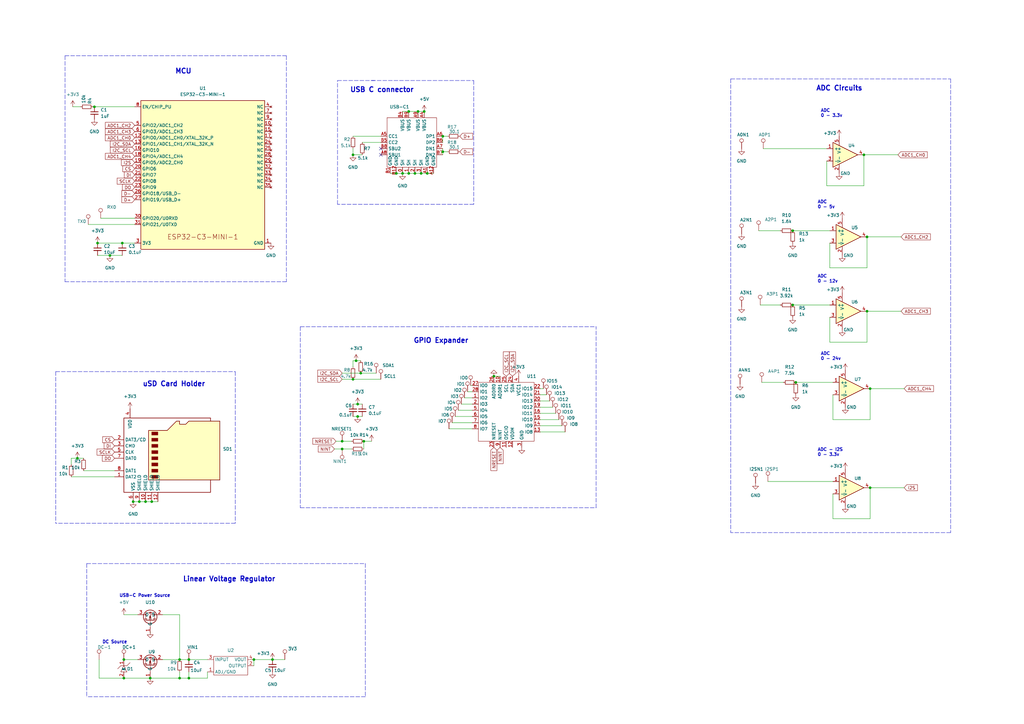
<source format=kicad_sch>
(kicad_sch (version 20211123) (generator eeschema)
  (paper "A3")
  (lib_symbols
    (symbol "1_espressif:ESP32-C3-MINI-1"
      (property "Reference" "U" (at -25.4 35.56 0))
      (property "Value" "ESP32-C3-MINI-1" (at -25.4 33.02 0))
      (symbol "ESP32-C3-MINI-1_0_0"
        (text "ESP32-C3-MINI-1" (at 0 -25.4 0) (effects (font (size 2 2))))
      )
      (symbol "ESP32-C3-MINI-1_1_1"
        (pin power_in line (at 27.94 -27.94 180) (length 2.54) (name "GND") (number "1"))
        (pin no_connect line (at 27.94 20.32 180) (length 2.54) (name "NC") (number "10"))
        (pin bidirectional line (at 27.94 -27.94 180) (length 2.54) hide (name "11") (number "11"))
        (pin bidirectional line (at -27.94 15.24 0) (length 2.54) (name "GPIO0/ADC1_CH0/XTAL_32K_P") (number "12"))
        (pin bidirectional line (at -27.94 12.7 0) (length 2.54) (name "GPIO1/ADC1_CH1/XTAL_32K_N") (number "13"))
        (pin bidirectional line (at 27.94 -27.94 180) (length 2.54) hide (name "14") (number "14"))
        (pin no_connect line (at 27.94 17.78 180) (length 2.54) (name "NC") (number "15"))
        (pin bidirectional line (at -27.94 10.16 0) (length 2.54) (name "GPIO10") (number "16"))
        (pin no_connect line (at 27.94 15.24 180) (length 2.54) (name "NC") (number "17"))
        (pin bidirectional line (at -27.94 7.62 0) (length 2.54) (name "GPIO4/ADC1_CH4") (number "18"))
        (pin bidirectional line (at -27.94 5.08 0) (length 2.54) (name "GPIO5/ADC2_CH0") (number "19"))
        (pin passive line (at 27.94 -27.94 180) (length 2.54) hide (name "GND") (number "2"))
        (pin bidirectional line (at -27.94 2.54 0) (length 2.54) (name "GPIO6") (number "20"))
        (pin bidirectional line (at -27.94 0 0) (length 2.54) (name "GPIO7") (number "21"))
        (pin bidirectional line (at -27.94 -2.54 0) (length 2.54) (name "GPIO8") (number "22"))
        (pin bidirectional line (at -27.94 -5.08 0) (length 2.54) (name "GPIO9") (number "23"))
        (pin no_connect line (at 27.94 12.7 180) (length 2.54) (name "NC") (number "24"))
        (pin no_connect line (at 27.94 10.16 180) (length 2.54) (name "NC") (number "25"))
        (pin bidirectional line (at -27.94 -7.62 0) (length 2.54) (name "GPIO18/USB_D-") (number "26"))
        (pin bidirectional line (at -27.94 -10.16 0) (length 2.54) (name "GPIO19/USB_D+") (number "27"))
        (pin no_connect line (at 27.94 7.62 180) (length 2.54) (name "NC") (number "28"))
        (pin no_connect line (at 27.94 5.08 180) (length 2.54) (name "NC") (number "29"))
        (pin power_in line (at -27.94 -27.94 0) (length 2.54) (name "3V3") (number "3"))
        (pin bidirectional line (at -27.94 -17.78 0) (length 2.54) (name "GPIO20/U0RXD") (number "30"))
        (pin bidirectional line (at -27.94 -20.32 0) (length 2.54) (name "GPIO21/U0TXD") (number "31"))
        (pin no_connect line (at 27.94 2.54 180) (length 2.54) (name "NC") (number "32"))
        (pin no_connect line (at 27.94 0 180) (length 2.54) (name "NC") (number "33"))
        (pin no_connect line (at 27.94 -2.54 180) (length 2.54) (name "NC") (number "34"))
        (pin no_connect line (at 27.94 -5.08 180) (length 2.54) (name "NC") (number "35"))
        (pin passive line (at 27.94 -27.94 180) (length 2.54) hide (name "GND") (number "36"))
        (pin passive line (at 27.94 -27.94 180) (length 2.54) hide (name "GND") (number "37"))
        (pin passive line (at 27.94 -27.94 180) (length 2.54) hide (name "GND") (number "38"))
        (pin passive line (at 27.94 -27.94 180) (length 2.54) hide (name "GND") (number "39"))
        (pin no_connect line (at 27.94 27.94 180) (length 2.54) (name "NC") (number "4"))
        (pin passive line (at 27.94 -27.94 180) (length 2.54) hide (name "GND") (number "40"))
        (pin passive line (at 27.94 -27.94 180) (length 2.54) hide (name "GND") (number "41"))
        (pin passive line (at 27.94 -27.94 180) (length 2.54) hide (name "GND") (number "42"))
        (pin passive line (at 27.94 -27.94 180) (length 2.54) hide (name "GND") (number "43"))
        (pin passive line (at 27.94 -27.94 180) (length 2.54) hide (name "GND") (number "44"))
        (pin passive line (at 27.94 -27.94 180) (length 2.54) hide (name "GND") (number "45"))
        (pin passive line (at 27.94 -27.94 180) (length 2.54) hide (name "GND") (number "46"))
        (pin passive line (at 27.94 -27.94 180) (length 2.54) hide (name "GND") (number "47"))
        (pin passive line (at 27.94 -27.94 180) (length 2.54) hide (name "GND") (number "48"))
        (pin passive line (at 27.94 -27.94 180) (length 2.54) hide (name "GND") (number "49"))
        (pin bidirectional line (at -27.94 20.32 0) (length 2.54) (name "GPIO2/ADC1_CH2") (number "5"))
        (pin passive line (at 27.94 -27.94 180) (length 2.54) hide (name "GND") (number "50"))
        (pin passive line (at 27.94 -27.94 180) (length 2.54) hide (name "GND") (number "51"))
        (pin passive line (at 27.94 -27.94 180) (length 2.54) hide (name "GND") (number "52"))
        (pin passive line (at 27.94 -27.94 180) (length 2.54) hide (name "GND") (number "53"))
        (pin bidirectional line (at -27.94 17.78 0) (length 2.54) (name "GPIO3/ADC1_CH3") (number "6"))
        (pin no_connect line (at 27.94 25.4 180) (length 2.54) (name "NC") (number "7"))
        (pin input line (at -27.94 27.94 0) (length 2.54) (name "EN/CHIP_PU") (number "8"))
        (pin no_connect line (at 27.94 22.86 180) (length 2.54) (name "NC") (number "9"))
      )
    )
    (symbol "1_project_specific:A03401A"
      (property "Reference" "Q" (at 0 0 0))
      (symbol "A03401A_1_1"
        (pin input line (at 0 -11.43 90) (length 2.54) (name "G") (number "1"))
        (pin passive line (at 5.08 -3.81 180) (length 2.54) (name "S") (number "2"))
        (pin passive line (at -5.08 -3.81 0) (length 2.54) (name "D") (number "3"))
      )
    )
    (symbol "1_project_specific:AZ1117IH-3.3TRG1"
      (property "Reference" "U" (at 0 0 0))
      (symbol "AZ1117IH-3.3TRG1_1_1"
        (pin input line (at -8.89 -8.89 0) (length 2.54) (name "ADJ/GND") (number "1"))
        (pin output line (at 10.16 -6.35 180) (length 2.54) (name "OUTPUT") (number "2"))
        (pin input line (at -8.89 -3.81 0) (length 2.54) (name "INPUT") (number "3"))
        (pin output line (at 10.16 -3.81 180) (length 2.54) (name "VOUT") (number "4"))
      )
    )
    (symbol "1_project_specific:LTVS16H5.0T5G"
      (property "Reference" "D" (at -1.27 -1.27 0))
      (symbol "LTVS16H5.0T5G_1_1"
        (pin input line (at -5.08 -3.81 0) (length 2.54) (name "K") (number "1"))
        (pin input line (at 2.54 -3.81 180) (length 2.54) (name "A") (number "2"))
      )
    )
    (symbol "1_project_specific:SX1509BIULTRT"
      (property "Reference" "U" (at 0 0 0))
      (symbol "SX1509BIULTRT_1_1"
        (pin bidirectional line (at -13.97 -19.05 0) (length 2.54) (name "IO2") (number "1"))
        (pin bidirectional line (at -2.54 -10.16 270) (length 2.54) (name "ADDR1") (number "10"))
        (pin bidirectional line (at 0 -39.37 90) (length 2.54) (name "OSCIO") (number "11"))
        (pin bidirectional line (at 2.54 -39.37 90) (length 2.54) (name "VDDM") (number "12"))
        (pin bidirectional line (at 13.97 -33.02 180) (length 2.54) (name "IO8") (number "13"))
        (pin bidirectional line (at 13.97 -30.48 180) (length 2.54) (name "IO9") (number "14"))
        (pin bidirectional line (at 13.97 -27.94 180) (length 2.54) (name "IO10") (number "15"))
        (pin bidirectional line (at 13.97 -25.4 180) (length 2.54) (name "IO11") (number "16"))
        (pin bidirectional line (at 6.35 -39.37 90) (length 2.54) hide (name "GND") (number "17"))
        (pin bidirectional line (at 5.08 -10.16 270) (length 2.54) hide (name "VCC2") (number "18"))
        (pin bidirectional line (at 13.97 -22.86 180) (length 2.54) (name "IO12") (number "19"))
        (pin bidirectional line (at -13.97 -21.59 0) (length 2.54) (name "IO3") (number "2"))
        (pin bidirectional line (at 13.97 -20.32 180) (length 2.54) (name "IO13") (number "20"))
        (pin bidirectional line (at 13.97 -17.78 180) (length 2.54) (name "IO14") (number "21"))
        (pin bidirectional line (at 13.97 -15.24 180) (length 2.54) (name "IO15") (number "22"))
        (pin bidirectional line (at -5.08 -39.37 90) (length 2.54) (name "NRESET") (number "23"))
        (pin bidirectional line (at 2.54 -10.16 270) (length 2.54) (name "SDA") (number "24"))
        (pin bidirectional line (at 0 -10.16 270) (length 2.54) (name "SCL") (number "25"))
        (pin bidirectional line (at -5.08 -10.16 270) (length 2.54) (name "ADDR0") (number "26"))
        (pin bidirectional line (at -13.97 -13.97 0) (length 2.54) (name "IO0") (number "27"))
        (pin bidirectional line (at -13.97 -16.51 0) (length 2.54) (name "IO1") (number "28"))
        (pin bidirectional line (at 6.35 -39.37 90) (length 2.54) hide (name "PAD") (number "29"))
        (pin bidirectional line (at 6.35 -39.37 90) (length 2.54) (name "GND") (number "3"))
        (pin bidirectional line (at 5.08 -10.16 270) (length 2.54) (name "VCC1") (number "4"))
        (pin bidirectional line (at -13.97 -24.13 0) (length 2.54) (name "IO4") (number "5"))
        (pin bidirectional line (at -13.97 -26.67 0) (length 2.54) (name "IO5") (number "6"))
        (pin bidirectional line (at -13.97 -29.21 0) (length 2.54) (name "IO6") (number "7"))
        (pin bidirectional line (at -13.97 -31.75 0) (length 2.54) (name "IO7") (number "8"))
        (pin bidirectional line (at -2.54 -39.37 90) (length 2.54) (name "NINT") (number "9"))
      )
    )
    (symbol "1_project_specific:USB-TYPE-C-018"
      (property "Reference" "USB-C" (at 0 0 0))
      (property "Value" "USB-TYPE-C-018" (at 8.89 -13.97 0))
      (symbol "USB-TYPE-C-018_1_1"
        (pin bidirectional line (at 1.27 -26.67 90) (length 2.54) (name "SH") (number "0"))
        (pin bidirectional line (at 3.81 -26.67 90) (length 2.54) (name "SH") (number "1"))
        (pin bidirectional line (at 6.35 -26.67 90) (length 2.54) (name "SH") (number "2"))
        (pin bidirectional line (at 8.89 -26.67 90) (length 2.54) (name "SH") (number "3"))
        (pin bidirectional line (at 11.43 -26.67 90) (length 2.54) (name "GND") (number "A1"))
        (pin bidirectional line (at 13.97 -26.67 90) (length 2.54) (name "GND") (number "A12"))
        (pin bidirectional line (at 10.16 -1.27 270) (length 2.54) (name "VBUS") (number "A4"))
        (pin bidirectional line (at -7.62 -11.43 0) (length 2.54) (name "CC1") (number "A5"))
        (pin bidirectional line (at 17.78 -11.43 180) (length 2.54) (name "DP1") (number "A6"))
        (pin bidirectional line (at 17.78 -16.51 180) (length 2.54) (name "DN1") (number "A7"))
        (pin bidirectional line (at -7.62 -19.05 0) (length 2.54) (name "SBU1") (number "A8"))
        (pin bidirectional line (at 7.62 -1.27 270) (length 2.54) (name "VBUS") (number "A9"))
        (pin bidirectional line (at -3.81 -26.67 90) (length 2.54) (name "GND") (number "B1"))
        (pin bidirectional line (at -1.27 -26.67 90) (length 2.54) (name "GND") (number "B12"))
        (pin bidirectional line (at 1.27 -1.27 270) (length 2.54) (name "VBUS") (number "B4"))
        (pin bidirectional line (at -7.62 -13.97 0) (length 2.54) (name "CC2") (number "B5"))
        (pin bidirectional line (at 17.78 -13.97 180) (length 2.54) (name "DP2") (number "B6"))
        (pin bidirectional line (at 17.78 -19.05 180) (length 2.54) (name "DN2") (number "B7"))
        (pin bidirectional line (at -7.62 -16.51 0) (length 2.54) (name "SBU2") (number "B8"))
        (pin bidirectional line (at 3.81 -1.27 270) (length 2.54) (name "VBUS") (number "B9"))
      )
    )
    (symbol "Connector:TestPoint" (pin_numbers hide) (pin_names (offset 0.762) hide)
      (property "Reference" "TP" (at 0 6.858 0))
      (property "Value" "TestPoint" (at 0 5.08 0))
      (symbol "TestPoint_1_1"
        (pin passive line (at 0 0 90) (length 2.54) (name "1") (number "1"))
      )
    )
    (symbol "Device:C_Small" (pin_numbers hide) (pin_names (offset 0.254) hide)
      (property "Reference" "C" (at 0.254 1.778 0))
      (property "Value" "C_Small" (at 0.254 -2.032 0))
      (symbol "C_Small_1_1"
        (pin passive line (at 0 2.54 270) (length 2.032) (name "~") (number "1"))
        (pin passive line (at 0 -2.54 90) (length 2.032) (name "~") (number "2"))
      )
    )
    (symbol "Device:R_Small" (pin_numbers hide) (pin_names (offset 0.254) hide)
      (property "Reference" "R" (at 0.762 0.508 0))
      (property "Value" "R_Small" (at 0.762 -1.016 0))
      (symbol "R_Small_1_1"
        (pin passive line (at 0 2.54 270) (length 0.762) (name "~") (number "1"))
        (pin passive line (at 0 -2.54 90) (length 0.762) (name "~") (number "2"))
      )
    )
    (symbol "lib:472192001"
      (property "Reference" "SD" (at 0 0 0))
      (property "Value" "472192001" (at 0 0 0))
      (property "part_number" "472192001" (at 0 0 0))
      (symbol "472192001_1_1"
        (pin bidirectional line (at -20.32 -33.02 0) (length 3.81) (name "DAT2") (number "1"))
        (pin passive line (at -7.62 -43.18 90) (length 3.81) (name "SHIELD") (number "10"))
        (pin passive line (at -5.08 -43.18 90) (length 3.81) (name "SHIELD") (number "11"))
        (pin passive line (at -2.54 -43.18 90) (length 3.81) (name "SHIELD") (number "12"))
        (pin bidirectional line (at -20.32 -17.78 0) (length 3.81) (name "DAT3/CD") (number "2"))
        (pin input line (at -20.32 -20.32 0) (length 3.81) (name "CMD") (number "3"))
        (pin power_in line (at -13.97 -5.08 270) (length 3.81) (name "VDD") (number "4"))
        (pin input line (at -20.32 -22.86 0) (length 3.81) (name "CLK") (number "5"))
        (pin power_in line (at -12.7 -43.18 90) (length 3.81) (name "VSS") (number "6"))
        (pin bidirectional line (at -20.32 -25.4 0) (length 3.81) (name "DAT0") (number "7"))
        (pin bidirectional line (at -20.32 -30.48 0) (length 3.81) (name "DAT1") (number "8"))
        (pin passive line (at -10.16 -43.18 90) (length 3.81) (name "SHIELD") (number "9"))
      )
    )
    (symbol "lib:LM321MF"
      (property "Reference" "U" (at 0 0 0))
      (property "part_number" "LM321MF" (at 0 0 0))
      (symbol "LM321MF_1_1"
        (pin input line (at -6.35 -17.78 0) (length 2.54) (name "+") (number "1"))
        (pin power_in line (at -1.27 -27.94 90) (length 3.81) (name "V-") (number "2"))
        (pin input line (at -6.35 -22.86 0) (length 2.54) (name "-") (number "3"))
        (pin output line (at 8.89 -20.32 180) (length 2.54) (name "~") (number "4"))
        (pin power_in line (at -1.27 -12.7 270) (length 3.81) (name "V+") (number "5"))
      )
    )
    (symbol "power:+3V3" (power) (pin_names (offset 0))
      (property "Value" "+3V3" (at 0 3.556 0))
      (symbol "+3V3_1_1"
        (pin power_in line (at 0 0 90) (length 0) hide (name "+3V3") (number "1"))
      )
    )
    (symbol "power:+5V" (power) (pin_names (offset 0))
      (property "Value" "+5V" (at 0 3.556 0))
      (symbol "+5V_1_1"
        (pin power_in line (at 0 0 90) (length 0) hide (name "+5V") (number "1"))
      )
    )
    (symbol "power:GND" (power) (pin_names (offset 0))
      (property "Value" "GND" (at 0 -3.81 0))
      (symbol "GND_1_1"
        (pin power_in line (at 0 0 270) (length 0) hide (name "GND") (number "1"))
      )
    )
  )
  (junction (at 167.64 45.72))
  (junction (at 144.78 155.575))
  (junction (at 50.8 270.51))
  (junction (at 50.165 99.695))
  (junction (at 38.735 43.815))
  (junction (at 104.14 270.51))
  (junction (at 202.565 154.305))
  (junction (at 73.66 278.13))
  (junction (at 325.12 94.615))
  (junction (at 175.26 71.12))
  (junction (at 40.005 99.695))
  (junction (at 140.335 184.15))
  (junction (at 165.1 71.12))
  (junction (at 354.33 63.5))
  (junction (at 45.085 104.775))
  (junction (at 171.45 45.72))
  (junction (at 144.78 63.5))
  (junction (at 170.18 71.12))
  (junction (at 356.87 200.025))
  (junction (at 31.75 187.96))
  (junction (at 149.225 180.975))
  (junction (at 77.47 278.13))
  (junction (at 147.955 153.035))
  (junction (at 62.23 205.74))
  (junction (at 355.6 127.635))
  (junction (at 50.8 278.13))
  (junction (at 356.87 159.385))
  (junction (at 355.6 97.155))
  (junction (at 140.335 180.975))
  (junction (at 54.61 205.74))
  (junction (at 111.76 270.51))
  (junction (at 59.69 205.74))
  (junction (at 172.72 71.12))
  (junction (at 77.47 270.51))
  (junction (at 173.99 45.72))
  (junction (at 146.05 147.955))
  (junction (at 326.39 156.845))
  (junction (at 57.15 205.74))
  (junction (at 181.61 55.88))
  (junction (at 181.61 62.23))
  (junction (at 146.685 165.735))
  (junction (at 73.66 270.51))
  (junction (at 162.56 71.12))
  (junction (at 61.595 278.13))
  (junction (at 325.12 125.095))
  (junction (at 146.685 170.815))
  (junction (at 167.64 71.12))
  (no_connect (at 156.21 60.96))
  (no_connect (at 156.21 63.5))
  (wire (pts (xy 146.685 165.735) (xy 148.59 165.735)))
  (wire (pts (xy 165.1 71.12) (xy 167.64 71.12)))
  (polyline (pts (xy 35.56 231.14) (xy 149.86 231.14)))
  (wire (pts (xy 341.63 202.565) (xy 341.63 212.725)))
  (wire (pts (xy 73.66 270.51) (xy 77.47 270.51)))
  (wire (pts (xy 31.75 187.96) (xy 34.29 187.96)))
  (wire (pts (xy 326.39 156.845) (xy 341.63 156.845)))
  (polyline (pts (xy 26.67 22.86) (xy 117.475 22.86)))
  (wire (pts (xy 181.61 62.23) (xy 183.515 62.23)))
  (wire (pts (xy 144.78 170.815) (xy 146.685 170.815)))
  (wire (pts (xy 40.005 104.775) (xy 45.085 104.775)))
  (wire (pts (xy 50.8 278.13) (xy 61.595 278.13)))
  (wire (pts (xy 137.795 180.975) (xy 140.335 180.975)))
  (wire (pts (xy 325.12 94.615) (xy 340.36 94.615)))
  (wire (pts (xy 341.63 172.085) (xy 356.87 172.085)))
  (wire (pts (xy 355.6 109.855) (xy 355.6 97.155)))
  (wire (pts (xy 313.055 60.96) (xy 339.09 60.96)))
  (wire (pts (xy 165.1 45.72) (xy 167.64 45.72)))
  (wire (pts (xy 146.685 170.815) (xy 148.59 170.815)))
  (wire (pts (xy 38.1 43.815) (xy 38.735 43.815)))
  (wire (pts (xy 184.15 175.895) (xy 193.675 175.895)))
  (polyline (pts (xy 299.72 32.385) (xy 389.89 32.385)))
  (wire (pts (xy 146.05 147.955) (xy 147.955 147.955)))
  (polyline (pts (xy 123.19 208.28) (xy 244.475 208.28)))
  (wire (pts (xy 59.69 205.74) (xy 62.23 205.74)))
  (polyline (pts (xy 138.43 83.82) (xy 138.43 33.02)))
  (wire (pts (xy 340.36 109.855) (xy 355.6 109.855)))
  (wire (pts (xy 140.335 155.575) (xy 144.78 155.575)))
  (wire (pts (xy 221.615 174.625) (xy 230.505 174.625)))
  (polyline (pts (xy 96.52 152.4) (xy 96.52 214.63)))
  (polyline (pts (xy 22.86 152.4) (xy 96.52 152.4)))
  (wire (pts (xy 221.615 164.465) (xy 225.425 164.465)))
  (wire (pts (xy 57.15 205.74) (xy 59.69 205.74)))
  (wire (pts (xy 111.76 270.51) (xy 116.84 270.51)))
  (wire (pts (xy 187.96 168.275) (xy 193.675 168.275)))
  (wire (pts (xy 40.005 99.695) (xy 50.165 99.695)))
  (wire (pts (xy 340.36 130.175) (xy 340.36 140.335)))
  (wire (pts (xy 354.33 63.5) (xy 368.3 63.5)))
  (wire (pts (xy 181.61 60.96) (xy 181.61 62.23)))
  (polyline (pts (xy 35.56 231.14) (xy 35.56 285.75)))
  (wire (pts (xy 171.45 45.72) (xy 173.99 45.72)))
  (wire (pts (xy 340.36 99.695) (xy 340.36 109.855)))
  (wire (pts (xy 189.23 165.735) (xy 193.675 165.735)))
  (wire (pts (xy 144.78 150.495) (xy 144.78 147.955)))
  (wire (pts (xy 62.23 205.74) (xy 64.77 205.74)))
  (polyline (pts (xy 117.475 115.57) (xy 26.67 115.57)))
  (wire (pts (xy 186.69 170.815) (xy 193.675 170.815)))
  (wire (pts (xy 50.8 252.095) (xy 56.515 252.095)))
  (wire (pts (xy 29.21 187.96) (xy 31.75 187.96)))
  (wire (pts (xy 41.275 89.535) (xy 55.245 89.535)))
  (wire (pts (xy 54.61 205.74) (xy 57.15 205.74)))
  (polyline (pts (xy 123.19 133.985) (xy 244.475 133.985)))
  (wire (pts (xy 170.18 71.12) (xy 172.72 71.12)))
  (wire (pts (xy 29.21 190.5) (xy 29.21 187.96)))
  (wire (pts (xy 50.8 270.51) (xy 56.515 270.51)))
  (wire (pts (xy 40.64 278.13) (xy 50.8 278.13)))
  (wire (pts (xy 144.78 155.575) (xy 156.21 155.575)))
  (wire (pts (xy 29.845 43.815) (xy 33.02 43.815)))
  (polyline (pts (xy 22.86 152.4) (xy 22.86 214.63)))
  (wire (pts (xy 149.225 180.975) (xy 152.4 180.975)))
  (wire (pts (xy 185.42 173.355) (xy 193.675 173.355)))
  (wire (pts (xy 66.675 270.51) (xy 73.66 270.51)))
  (wire (pts (xy 191.77 160.655) (xy 193.675 160.655)))
  (wire (pts (xy 34.29 193.04) (xy 46.99 193.04)))
  (wire (pts (xy 140.335 153.035) (xy 147.955 153.035)))
  (wire (pts (xy 356.87 159.385) (xy 370.84 159.385)))
  (polyline (pts (xy 96.52 214.63) (xy 22.86 214.63)))
  (polyline (pts (xy 117.475 22.86) (xy 117.475 115.57)))
  (wire (pts (xy 340.36 140.335) (xy 355.6 140.335)))
  (polyline (pts (xy 194.31 83.82) (xy 138.43 83.82)))
  (wire (pts (xy 193.04 158.115) (xy 193.675 158.115)))
  (polyline (pts (xy 149.86 231.14) (xy 149.86 285.75)))
  (wire (pts (xy 104.14 270.51) (xy 104.14 273.05)))
  (wire (pts (xy 341.63 161.925) (xy 341.63 172.085)))
  (wire (pts (xy 29.21 195.58) (xy 46.99 195.58)))
  (wire (pts (xy 85.09 278.13) (xy 85.09 275.59)))
  (wire (pts (xy 341.63 212.725) (xy 356.87 212.725)))
  (wire (pts (xy 147.955 153.035) (xy 154.305 153.035)))
  (wire (pts (xy 339.09 66.04) (xy 339.09 76.2)))
  (wire (pts (xy 38.735 43.815) (xy 55.245 43.815)))
  (wire (pts (xy 354.33 76.2) (xy 354.33 63.5)))
  (wire (pts (xy 339.09 76.2) (xy 354.33 76.2)))
  (wire (pts (xy 221.615 161.925) (xy 224.155 161.925)))
  (wire (pts (xy 221.615 167.005) (xy 226.695 167.005)))
  (wire (pts (xy 355.6 140.335) (xy 355.6 127.635)))
  (wire (pts (xy 73.66 252.095) (xy 73.66 270.51)))
  (wire (pts (xy 221.615 169.545) (xy 227.965 169.545)))
  (wire (pts (xy 146.685 165.735) (xy 144.78 165.735)))
  (wire (pts (xy 356.87 172.085) (xy 356.87 159.385)))
  (wire (pts (xy 181.61 55.88) (xy 181.61 58.42)))
  (wire (pts (xy 355.6 97.155) (xy 369.57 97.155)))
  (wire (pts (xy 321.31 156.845) (xy 312.42 156.845)))
  (wire (pts (xy 144.78 147.955) (xy 146.05 147.955)))
  (wire (pts (xy 221.615 159.385) (xy 222.885 159.385)))
  (wire (pts (xy 320.04 94.615) (xy 311.15 94.615)))
  (wire (pts (xy 356.87 212.725) (xy 356.87 200.025)))
  (wire (pts (xy 144.145 184.15) (xy 140.335 184.15)))
  (wire (pts (xy 77.47 275.59) (xy 77.47 278.13)))
  (wire (pts (xy 167.64 71.12) (xy 170.18 71.12)))
  (polyline (pts (xy 152.4 33.02) (xy 194.31 33.02)))
  (wire (pts (xy 104.14 270.51) (xy 111.76 270.51)))
  (wire (pts (xy 160.02 71.12) (xy 162.56 71.12)))
  (polyline (pts (xy 26.67 22.86) (xy 26.67 115.57)))
  (wire (pts (xy 172.72 71.12) (xy 175.26 71.12)))
  (polyline (pts (xy 123.19 133.985) (xy 123.19 208.28)))
  (wire (pts (xy 149.225 180.975) (xy 149.225 184.15)))
  (wire (pts (xy 36.195 92.075) (xy 55.245 92.075)))
  (wire (pts (xy 162.56 71.12) (xy 165.1 71.12)))
  (wire (pts (xy 202.565 154.305) (xy 205.105 154.305)))
  (wire (pts (xy 181.61 55.88) (xy 183.515 55.88)))
  (wire (pts (xy 314.96 197.485) (xy 341.63 197.485)))
  (wire (pts (xy 140.335 180.975) (xy 144.145 180.975)))
  (wire (pts (xy 144.78 55.88) (xy 156.21 55.88)))
  (wire (pts (xy 175.26 71.12) (xy 177.8 71.12)))
  (wire (pts (xy 148.59 58.42) (xy 156.21 58.42)))
  (wire (pts (xy 325.12 125.095) (xy 340.36 125.095)))
  (wire (pts (xy 73.66 278.13) (xy 77.47 278.13)))
  (wire (pts (xy 40.64 270.51) (xy 40.64 278.13)))
  (wire (pts (xy 144.78 63.5) (xy 144.78 60.96)))
  (wire (pts (xy 181.61 62.23) (xy 181.61 63.5)))
  (polyline (pts (xy 194.31 33.02) (xy 194.31 83.82)))
  (wire (pts (xy 221.615 177.165) (xy 231.775 177.165)))
  (polyline (pts (xy 149.86 285.75) (xy 35.56 285.75)))
  (wire (pts (xy 140.335 184.15) (xy 137.16 184.15)))
  (polyline (pts (xy 244.475 208.28) (xy 244.475 133.985)))
  (wire (pts (xy 355.6 127.635) (xy 369.57 127.635)))
  (wire (pts (xy 50.165 99.695) (xy 55.245 99.695)))
  (polyline (pts (xy 389.89 218.44) (xy 299.72 218.44)))
  (wire (pts (xy 61.595 278.13) (xy 73.66 278.13)))
  (wire (pts (xy 356.87 200.025) (xy 370.84 200.025)))
  (polyline (pts (xy 138.43 33.02) (xy 153.67 33.02)))
  (wire (pts (xy 66.675 252.095) (xy 73.66 252.095)))
  (wire (pts (xy 221.615 172.085) (xy 229.235 172.085)))
  (wire (pts (xy 77.47 278.13) (xy 85.09 278.13)))
  (wire (pts (xy 190.5 163.195) (xy 193.675 163.195)))
  (wire (pts (xy 73.66 275.59) (xy 73.66 278.13)))
  (wire (pts (xy 148.59 63.5) (xy 144.78 63.5)))
  (wire (pts (xy 311.785 125.095) (xy 320.04 125.095)))
  (polyline (pts (xy 389.89 32.385) (xy 389.89 218.44)))
  (wire (pts (xy 77.47 270.51) (xy 85.09 270.51)))
  (wire (pts (xy 45.085 104.775) (xy 50.165 104.775)))
  (polyline (pts (xy 299.72 32.385) (xy 299.72 218.44)))
  (wire (pts (xy 167.64 45.72) (xy 171.45 45.72)))
  (wire (pts (xy 61.595 259.715) (xy 61.595 259.08)))
  (text "ADC Circuits" (at 334.645 37.465 0) (effects (font (size 2 2) bold) (justify left bottom)))
  (text "uSD Card Holder" (at 58.42 158.75 0) (effects (font (size 2 2) bold) (justify left bottom)))
  (text "Linear Voltage Regulator" (at 74.93 238.76 0) (effects (font (size 2 2) bold) (justify left bottom)))
  (text "ADC\n0 - 5v" (at 335.28 85.725 0) (effects (font (size 1.27 1.27) bold) (justify left bottom)))
  (text "USB-C Power Source" (at 48.895 245.11 0) (effects (font (size 1.27 1.27) (thickness 0.254) bold) (justify left bottom)))
  (text "ADC\n0 - 3.3v" (at 336.55 48.26 0) (effects (font (size 1.27 1.27) bold) (justify left bottom)))
  (text "ADC\n0 - 12v" (at 335.28 116.205 0) (effects (font (size 1.27 1.27) bold) (justify left bottom)))
  (text "DC Source" (at 41.91 264.16 0) (effects (font (size 1.27 1.27) (thickness 0.254) bold) (justify left bottom)))
  (text "USB C connector" (at 143.51 38.1 0) (effects (font (size 2 2) bold) (justify left bottom)))
  (text "GPIO Expander" (at 169.545 140.97 0) (effects (font (size 2 2) (thickness 0.4) bold) (justify left bottom)))
  (text "MCU" (at 71.755 30.48 0) (effects (font (size 2 2) (thickness 0.4) bold) (justify left bottom)))
  (text "ADC\n0 - 24v" (at 336.55 147.955 0) (effects (font (size 1.27 1.27) bold) (justify left bottom)))
  (text "ADC - I2S\n0 - 3.3v" (at 335.28 187.325 0) (effects (font (size 1.27 1.27) bold) (justify left bottom)))
  (global_label "I2C_SCL" (shape input) (at 207.645 154.305 90) (property "Intersheet References" "${INTERSHEET_REFS}" (effects hide)))
  (global_label "ADC1_CH2" (shape input) (at 55.245 51.435 180) (property "Intersheet References" "${INTERSHEET_REFS}" (effects hide)))
  (global_label "I2C_SCL" (shape input) (at 140.335 155.575 180) (property "Intersheet References" "${INTERSHEET_REFS}" (effects hide)))
  (global_label "ADC1_CH3" (shape input) (at 55.245 53.975 180) (property "Intersheet References" "${INTERSHEET_REFS}" (effects hide)))
  (global_label "ADC1_CH0" (shape input) (at 368.3 63.5 0) (property "Intersheet References" "${INTERSHEET_REFS}" (effects hide)))
  (global_label "DO" (shape input) (at 46.99 187.96 180) (property "Intersheet References" "${INTERSHEET_REFS}" (effects hide)))
  (global_label "D+" (shape input) (at 188.595 55.88 0) (property "Intersheet References" "${INTERSHEET_REFS}" (effects hide)))
  (global_label "ADC1_CH4" (shape input) (at 55.245 64.135 180) (property "Intersheet References" "${INTERSHEET_REFS}" (effects hide)))
  (global_label "D-" (shape input) (at 188.595 62.23 0) (property "Intersheet References" "${INTERSHEET_REFS}" (effects hide)))
  (global_label "CS" (shape input) (at 46.99 180.34 180) (property "Intersheet References" "${INTERSHEET_REFS}" (effects hide)))
  (global_label "DO" (shape input) (at 55.245 76.835 180) (property "Intersheet References" "${INTERSHEET_REFS}" (effects hide)))
  (global_label "SCLK" (shape input) (at 55.245 74.295 180) (property "Intersheet References" "${INTERSHEET_REFS}" (effects hide)))
  (global_label "I2C_SCL" (shape input) (at 55.245 61.595 180) (property "Intersheet References" "${INTERSHEET_REFS}" (effects hide)))
  (global_label "SCLK" (shape input) (at 46.99 185.42 180) (property "Intersheet References" "${INTERSHEET_REFS}" (effects hide)))
  (global_label "DI" (shape input) (at 55.245 71.755 180) (property "Intersheet References" "${INTERSHEET_REFS}" (effects hide)))
  (global_label "ADC1_CH3" (shape input) (at 369.57 127.635 0) (property "Intersheet References" "${INTERSHEET_REFS}" (effects hide)))
  (global_label "ADC1_CH4" (shape input) (at 370.84 159.385 0) (property "Intersheet References" "${INTERSHEET_REFS}" (effects hide)))
  (global_label "I2C_SDA" (shape input) (at 140.335 153.035 180) (property "Intersheet References" "${INTERSHEET_REFS}" (effects hide)))
  (global_label "I2S" (shape input) (at 370.84 200.025 0) (property "Intersheet References" "${INTERSHEET_REFS}" (effects hide)))
  (global_label "ADC1_CH0" (shape input) (at 55.245 56.515 180) (property "Intersheet References" "${INTERSHEET_REFS}" (effects hide)))
  (global_label "ADC1_CH2" (shape input) (at 369.57 97.155 0) (property "Intersheet References" "${INTERSHEET_REFS}" (effects hide)))
  (global_label "D-" (shape input) (at 55.245 79.375 180) (property "Intersheet References" "${INTERSHEET_REFS}" (effects hide)))
  (global_label "D+" (shape input) (at 55.245 81.915 180) (property "Intersheet References" "${INTERSHEET_REFS}" (effects hide)))
  (global_label "NINT" (shape input) (at 137.16 184.15 180) (property "Intersheet References" "${INTERSHEET_REFS}" (effects hide)))
  (global_label "NINT" (shape input) (at 205.105 183.515 270) (property "Intersheet References" "${INTERSHEET_REFS}" (effects hide)))
  (global_label "DI" (shape input) (at 46.99 182.88 180) (property "Intersheet References" "${INTERSHEET_REFS}" (effects hide)))
  (global_label "NRESET" (shape input) (at 202.565 183.515 270) (property "Intersheet References" "${INTERSHEET_REFS}" (effects hide)))
  (global_label "CS" (shape input) (at 55.245 69.215 180) (property "Intersheet References" "${INTERSHEET_REFS}" (effects hide)))
  (global_label "I2C_SDA" (shape input) (at 210.185 154.305 90) (property "Intersheet References" "${INTERSHEET_REFS}" (effects hide)))
  (global_label "NRESET" (shape input) (at 137.795 180.975 180) (property "Intersheet References" "${INTERSHEET_REFS}" (effects hide)))
  (global_label "I2C_SDA" (shape input) (at 55.245 59.055 180) (property "Intersheet References" "${INTERSHEET_REFS}" (effects hide)))
  (global_label "I2S" (shape input) (at 55.245 66.675 180) (property "Intersheet References" "${INTERSHEET_REFS}" (effects hide)))
  (symbol (lib_id "Connector:TestPoint") (at 116.84 270.51 0) (unit 1)
    (property "Reference" "3V3" (at 118.11 266.065 0) (effects (justify left)))
    (property "Value" "TestPoint" (effects hide))
    (property "Footprint" "TestPoint:TestPoint_THTPad_1.0x1.0mm_Drill0.5mm" (effects hide))
  )
  (symbol (lib_id "Connector:TestPoint") (at 222.885 159.385 0) (unit 1)
    (property "Reference" "IO15" (at 224.155 156.21 0) (effects (justify left)))
    (property "Value" "TestPoint" (effects hide))
    (property "Footprint" "TestPoint:TestPoint_THTPad_1.0x1.0mm_Drill0.5mm" (effects hide))
  )
  (symbol (lib_id "power:GND") (at 309.88 198.12 0) (unit 1)
    (property "Reference" "#PWR0109" (effects hide))
    (property "Value" "GND" (at 309.88 203.2 0))
  )
  (symbol (lib_id "power:+3V3") (at 212.725 154.305 0) (unit 1)
    (property "Reference" "#PWR0120" (effects hide))
    (property "Value" "+3V3" (at 215.265 150.495 0) (effects (justify right)))
  )
  (symbol (lib_id "Connector:TestPoint") (at 191.77 160.655 0) (unit 1)
    (property "Reference" "IO1" (at 187.325 157.48 0) (effects (justify left)))
    (property "Value" "TestPoint" (effects hide))
    (property "Footprint" "TestPoint:TestPoint_THTPad_1.0x1.0mm_Drill0.5mm" (effects hide))
  )
  (symbol (lib_id "Device:R_Small") (at 144.78 58.42 180) (unit 1)
    (property "Reference" "R2" (at 140.97 57.15 0) (effects (justify right)))
    (property "Value" "5.1k" (at 139.7 59.69 0) (effects (justify right)))
    (property "Footprint" "Resistor_SMD:R_0402_1005Metric" (effects hide))
    (property "part_number" "ERJ2RKF5101X" (effects hide))
  )
  (symbol (lib_id "Device:C_Small") (at 77.47 273.05 0) (unit 1)
    (property "Reference" "C4" (at 79.375 271.78 0) (effects (justify left)))
    (property "Value" "10uF" (at 78.105 274.955 0) (effects (justify left)))
    (property "Footprint" "Capacitor_SMD:C_0603_1608Metric" (effects hide))
    (property "part_number" "CL10A106KO8NQNC" (effects hide))
  )
  (symbol (lib_id "Connector:TestPoint") (at 304.165 95.885 0) (unit 1)
    (property "Reference" "A2N1" (at 303.53 90.17 0) (effects (justify left)))
    (property "Value" "TestPoint" (effects hide))
    (property "Footprint" "TestPoint:TestPoint_THTPad_1.0x1.0mm_Drill0.5mm" (effects hide))
  )
  (symbol (lib_id "Device:R_Small") (at 322.58 94.615 90) (unit 1)
    (property "Reference" "R10" (at 322.58 88.265 90))
    (property "Value" "1.6k" (at 322.58 90.805 90))
    (property "Footprint" "Resistor_SMD:R_0402_1005Metric" (effects hide))
    (property "part_number" "RMC04021.6K1%N" (effects hide))
  )
  (symbol (lib_id "Device:C_Small") (at 111.76 273.05 0) (unit 1)
    (property "Reference" "C5" (at 108.585 274.955 0) (effects (justify left)))
    (property "Value" "10uF" (at 112.395 274.955 0) (effects (justify left)))
    (property "Footprint" "Capacitor_SMD:C_0603_1608Metric" (effects hide))
    (property "part_number" "CL10A106KO8NQNC" (effects hide))
  )
  (symbol (lib_id "Connector:TestPoint") (at 227.965 169.545 0) (unit 1)
    (property "Reference" "IO11" (at 229.87 166.37 0) (effects (justify left)))
    (property "Value" "TestPoint" (effects hide))
    (property "Footprint" "TestPoint:TestPoint_THTPad_1.0x1.0mm_Drill0.5mm" (effects hide))
  )
  (symbol (lib_id "Connector:TestPoint") (at 156.21 155.575 0) (unit 1)
    (property "Reference" "SCL1" (at 157.48 154.305 0) (effects (justify left)))
    (property "Value" "TestPoint" (effects hide))
    (property "Footprint" "TestPoint:TestPoint_THTPad_1.0x1.0mm_Drill0.5mm" (effects hide))
  )
  (symbol (lib_id "power:GND") (at 304.165 60.96 0) (unit 1)
    (property "Reference" "#PWR0112" (effects hide))
    (property "Value" "GND" (at 304.165 66.04 0))
  )
  (symbol (lib_id "Device:R_Small") (at 146.685 184.15 90) (unit 1)
    (property "Reference" "R15" (at 144.145 186.055 90) (effects (justify right)))
    (property "Value" "10k" (at 147.32 186.055 90) (effects (justify right)))
    (property "Footprint" "Resistor_SMD:R_0402_1005Metric" (effects hide))
    (property "part_number" "ERJ2RKF1002X" (effects hide))
  )
  (symbol (lib_id "Connector:TestPoint") (at 186.69 170.815 0) (unit 1)
    (property "Reference" "IO5" (at 182.245 167.64 0) (effects (justify left)))
    (property "Value" "TestPoint" (effects hide))
    (property "Footprint" "TestPoint:TestPoint_THTPad_1.0x1.0mm_Drill0.5mm" (effects hide))
  )
  (symbol (lib_id "Device:R_Small") (at 147.955 150.495 180) (unit 1)
    (property "Reference" "R16" (at 149.225 149.225 0) (effects (justify right)))
    (property "Value" "4.7k" (at 148.59 151.765 0) (effects (justify right)))
    (property "Footprint" "Resistor_SMD:R_0402_1005Metric" (effects hide))
    (property "part_number" "RC0402FR-074K7L" (effects hide))
  )
  (symbol (lib_id "power:GND") (at 346.71 207.645 0) (unit 1)
    (property "Reference" "#PWR034" (effects hide))
    (property "Value" "GND" (at 349.25 207.645 0))
  )
  (symbol (lib_id "power:GND") (at 38.735 48.895 0) (unit 1)
    (property "Reference" "#PWR02" (effects hide))
    (property "Value" "GND" (at 38.735 53.975 0))
  )
  (symbol (lib_id "Device:R_Small") (at 35.56 43.815 90) (unit 1)
    (property "Reference" "R4" (at 36.83 40.005 0) (effects (justify right)))
    (property "Value" "10k" (at 34.29 38.735 0) (effects (justify right)))
    (property "Footprint" "Resistor_SMD:R_0402_1005Metric" (effects hide))
    (property "part_number" "ERJ2RKF1002X" (effects hide))
  )
  (symbol (lib_id "1_project_specific:A03401A") (at 61.595 266.7 0) (unit 1)
    (property "Reference" "U9" (at 62.23 267.335 0))
    (property "Value" "A03401A" (effects hide))
    (property "Footprint" "1_project_footprints:SOT-23" (effects hide))
  )
  (symbol (lib_id "lib:LM321MF") (at 345.44 43.18 0) (unit 1)
    (property "Reference" "U4" (at 349.25 59.69 0))
    (property "Value" "LM321MF" (effects hide))
    (property "Footprint" "1_project_footprints:LM321MF" (effects hide))
    (property "part_number" "LM321MF" (effects hide))
  )
  (symbol (lib_id "power:+3V3") (at 111.76 270.51 0) (unit 1)
    (property "Reference" "#PWR0101" (effects hide))
    (property "Value" "+3V3" (at 107.95 267.97 0))
  )
  (symbol (lib_id "power:+3V3") (at 345.44 89.535 0) (unit 1)
    (property "Reference" "#PWR027" (effects hide))
    (property "Value" "+3V3" (at 341.63 88.265 0))
  )
  (symbol (lib_id "Device:R_Small") (at 148.59 60.96 180) (unit 1)
    (property "Reference" "R7" (at 149.225 60.96 0) (effects (justify right)))
    (property "Value" "5.1k" (at 146.685 64.77 0) (effects (justify right)))
    (property "Footprint" "Resistor_SMD:R_0402_1005Metric" (effects hide))
    (property "part_number" "ERJ2RKF5101X" (effects hide))
  )
  (symbol (lib_id "1_espressif:ESP32-C3-MINI-1") (at 83.185 71.755 0) (unit 1)
    (property "Reference" "U1" (at 83.185 36.195 0))
    (property "Value" "ESP32-C3-MINI-1" (at 83.185 38.735 0))
    (property "Footprint" "Espressif:ESP32-C3-MINI-1" (effects hide))
    (property "Datasheet" "https://www.espressif.com/sites/default/files/documentation/esp32-c3-mini-1_datasheet_en.pdf" (effects hide))
  )
  (symbol (lib_id "power:+3V3") (at 344.17 55.88 0) (unit 1)
    (property "Reference" "#PWR025" (effects hide))
    (property "Value" "+3V3" (at 340.36 54.61 0))
  )
  (symbol (lib_id "1_project_specific:USB-TYPE-C-018") (at 163.83 44.45 0) (unit 1)
    (property "Reference" "USB-C1" (at 163.83 43.815 0))
    (property "Value" "USB-TYPE-C-018" (effects hide))
    (property "Footprint" "lib:USB-TYPE-C-018" (effects hide))
  )
  (symbol (lib_id "power:GND") (at 202.565 154.305 180) (unit 1)
    (property "Reference" "#PWR0119" (effects hide))
    (property "Value" "GND" (effects hide))
  )
  (symbol (lib_id "power:GND") (at 345.44 135.255 0) (unit 1)
    (property "Reference" "#PWR030" (effects hide))
    (property "Value" "GND" (at 347.98 135.255 0))
  )
  (symbol (lib_id "power:GND") (at 61.595 259.08 0) (unit 1)
    (property "Reference" "#PWR0107" (effects hide))
    (property "Value" "GND" (effects hide))
  )
  (symbol (lib_id "Connector:TestPoint") (at 224.155 161.925 0) (unit 1)
    (property "Reference" "IO14" (at 226.06 158.75 0) (effects (justify left)))
    (property "Value" "TestPoint" (effects hide))
    (property "Footprint" "TestPoint:TestPoint_THTPad_1.0x1.0mm_Drill0.5mm" (effects hide))
  )
  (symbol (lib_id "Connector:TestPoint") (at 184.15 175.895 0) (unit 1)
    (property "Reference" "IO7" (at 179.705 172.72 0) (effects (justify left)))
    (property "Value" "TestPoint" (effects hide))
    (property "Footprint" "TestPoint:TestPoint_THTPad_1.0x1.0mm_Drill0.5mm" (effects hide))
  )
  (symbol (lib_id "Device:R_Small") (at 322.58 125.095 90) (unit 1)
    (property "Reference" "R11" (at 322.58 118.745 90))
    (property "Value" "3.92k" (at 322.58 121.285 90))
    (property "Footprint" "Resistor_SMD:R_0402_1005Metric" (effects hide))
    (property "part_number" "RC0402FR-073K9L" (effects hide))
  )
  (symbol (lib_id "Device:R_Small") (at 73.66 273.05 180) (unit 1)
    (property "Reference" "R9" (at 69.85 271.78 0) (effects (justify right)))
    (property "Value" "10k" (at 68.58 274.32 0) (effects (justify right)))
    (property "Footprint" "Resistor_SMD:R_0402_1005Metric" (effects hide))
    (property "part_number" "ERJ2RKF1002X" (effects hide))
  )
  (symbol (lib_id "power:GND") (at 325.12 99.695 0) (unit 1)
    (property "Reference" "#PWR020" (effects hide))
    (property "Value" "GND" (at 325.12 104.775 0))
  )
  (symbol (lib_id "power:GND") (at 325.12 130.175 0) (unit 1)
    (property "Reference" "#PWR021" (effects hide))
    (property "Value" "GND" (at 325.12 135.255 0))
  )
  (symbol (lib_id "Connector:TestPoint") (at 185.42 173.355 0) (unit 1)
    (property "Reference" "IO6" (at 180.975 170.18 0) (effects (justify left)))
    (property "Value" "TestPoint" (effects hide))
    (property "Footprint" "TestPoint:TestPoint_THTPad_1.0x1.0mm_Drill0.5mm" (effects hide))
  )
  (symbol (lib_id "Device:R_Small") (at 325.12 127.635 0) (unit 1)
    (property "Reference" "R5" (at 327.66 126.3649 0) (effects (justify left)))
    (property "Value" "1k" (at 327.66 128.9049 0) (effects (justify left)))
    (property "Footprint" "Resistor_SMD:R_0402_1005Metric" (effects hide))
    (property "part_number" "CR-02FL6----1K" (effects hide))
  )
  (symbol (lib_id "Connector:TestPoint") (at 154.305 153.035 0) (unit 1)
    (property "Reference" "SDA1" (at 156.845 149.86 0) (effects (justify left)))
    (property "Value" "TestPoint" (effects hide))
    (property "Footprint" "TestPoint:TestPoint_THTPad_1.0x1.0mm_Drill0.5mm" (effects hide))
  )
  (symbol (lib_id "Connector:TestPoint") (at 225.425 164.465 0) (unit 1)
    (property "Reference" "IO13" (at 227.33 161.29 0) (effects (justify left)))
    (property "Value" "TestPoint" (effects hide))
    (property "Footprint" "TestPoint:TestPoint_THTPad_1.0x1.0mm_Drill0.5mm" (effects hide))
  )
  (symbol (lib_id "lib:LM321MF") (at 347.98 179.705 0) (unit 1)
    (property "Reference" "U8" (at 351.79 196.215 0))
    (property "Value" "LM321MF" (effects hide))
    (property "Footprint" "1_project_footprints:LM321MF" (effects hide))
    (property "part_number" "LM321MF" (effects hide))
  )
  (symbol (lib_id "Device:R_Small") (at 34.29 190.5 180) (unit 1)
    (property "Reference" "R3" (at 30.48 189.23 0) (effects (justify right)))
    (property "Value" "10k" (at 29.21 191.77 0) (effects (justify right)))
    (property "Footprint" "Resistor_SMD:R_0402_1005Metric" (effects hide))
    (property "part_number" "ERJ2RKF1002X" (effects hide))
  )
  (symbol (lib_id "power:+5V") (at 50.8 252.095 0) (unit 1)
    (property "Reference" "#PWR06" (effects hide))
    (property "Value" "+5V" (at 50.8 247.015 0))
  )
  (symbol (lib_id "Connector:TestPoint") (at 309.88 198.12 0) (unit 1)
    (property "Reference" "I2SN1" (at 307.34 192.405 0) (effects (justify left)))
    (property "Value" "TestPoint" (effects hide))
    (property "Footprint" "TestPoint:TestPoint_THTPad_1.0x1.0mm_Drill0.5mm" (effects hide))
  )
  (symbol (lib_id "Device:R_Small") (at 325.12 97.155 0) (unit 1)
    (property "Reference" "R13" (at 327.66 95.8849 0) (effects (justify left)))
    (property "Value" "1k" (at 327.66 98.4249 0) (effects (justify left)))
    (property "Footprint" "Resistor_SMD:R_0402_1005Metric" (effects hide))
    (property "part_number" "CR-02FL6----1K" (effects hide))
  )
  (symbol (lib_id "power:+3V3") (at 53.34 167.64 0) (unit 1)
    (property "Reference" "#PWR013" (effects hide))
    (property "Value" "+3V3" (at 53.34 162.56 0))
  )
  (symbol (lib_id "Device:R_Small") (at 186.055 62.23 270) (unit 1)
    (property "Reference" "R18" (at 187.325 58.42 90) (effects (justify right)))
    (property "Value" "30.1" (at 188.595 60.325 90) (effects (justify right)))
    (property "Footprint" "Resistor_SMD:R_0402_1005Metric" (effects hide))
    (property "part_number" "0402WGF301JTCE" (effects hide))
  )
  (symbol (lib_id "Device:C_Small") (at 144.78 168.275 0) (unit 1)
    (property "Reference" "C6" (at 141.605 166.37 0) (effects (justify left)))
    (property "Value" "0.1uF" (at 139.065 170.18 0) (effects (justify left)))
    (property "Footprint" "Capacitor_SMD:C_0402_1005Metric" (effects hide))
    (property "part_number" "GCM155L81E104KE02D" (effects hide))
  )
  (symbol (lib_id "power:GND") (at 213.995 183.515 0) (unit 1)
    (property "Reference" "#PWR0118" (effects hide))
    (property "Value" "GND" (effects hide))
  )
  (symbol (lib_id "power:GND") (at 165.1 71.12 0) (unit 1)
    (property "Reference" "#PWR0104" (effects hide))
    (property "Value" "GND" (at 165.1 76.2 0))
  )
  (symbol (lib_id "power:+3V3") (at 40.005 99.695 0) (unit 1)
    (property "Reference" "#PWR03" (effects hide))
    (property "Value" "+3V3" (at 40.005 94.615 0))
  )
  (symbol (lib_id "Device:R_Small") (at 186.055 55.88 270) (unit 1)
    (property "Reference" "R17" (at 187.325 52.07 90) (effects (justify right)))
    (property "Value" "30.1" (at 188.595 53.975 90) (effects (justify right)))
    (property "Footprint" "Resistor_SMD:R_0402_1005Metric" (effects hide))
    (property "part_number" "0402WGF301JTCE" (effects hide))
  )
  (symbol (lib_id "Connector:TestPoint") (at 304.165 125.73 0) (unit 1)
    (property "Reference" "A3N1" (at 303.53 120.015 0) (effects (justify left)))
    (property "Value" "TestPoint" (effects hide))
    (property "Footprint" "TestPoint:TestPoint_THTPad_1.0x1.0mm_Drill0.5mm" (effects hide))
  )
  (symbol (lib_id "Connector:TestPoint") (at 311.785 125.095 0) (unit 1)
    (property "Reference" "A3P1" (at 314.325 120.5229 0) (effects (justify left)))
    (property "Value" "TestPoint" (effects hide))
    (property "Footprint" "TestPoint:TestPoint_THTPad_1.0x1.0mm_Drill0.5mm" (effects hide))
  )
  (symbol (lib_id "Connector:TestPoint") (at 189.23 165.735 0) (unit 1)
    (property "Reference" "IO3" (at 184.785 162.56 0) (effects (justify left)))
    (property "Value" "TestPoint" (effects hide))
    (property "Footprint" "TestPoint:TestPoint_THTPad_1.0x1.0mm_Drill0.5mm" (effects hide))
  )
  (symbol (lib_id "1_project_specific:SX1509BIULTRT") (at 207.645 144.145 0) (unit 1)
    (property "Reference" "U11" (at 216.0144 154.305 0) (effects (justify left)))
    (property "Value" "SX1509BIULTRT" (effects hide))
    (property "Footprint" "1_project_footprints:QFN-28-EP(4x4)" (effects hide))
  )
  (symbol (lib_id "power:+3V3") (at 346.71 192.405 0) (unit 1)
    (property "Reference" "#PWR033" (effects hide))
    (property "Value" "+3V3" (at 342.9 191.135 0))
  )
  (symbol (lib_id "Connector:TestPoint") (at 187.96 168.275 0) (unit 1)
    (property "Reference" "IO4" (at 183.515 165.1 0) (effects (justify left)))
    (property "Value" "TestPoint" (effects hide))
    (property "Footprint" "TestPoint:TestPoint_THTPad_1.0x1.0mm_Drill0.5mm" (effects hide))
  )
  (symbol (lib_id "1_project_specific:A03401A") (at 61.595 248.285 0) (unit 1)
    (property "Reference" "U10" (at 61.595 247.015 0))
    (property "Value" "A03401A" (effects hide))
    (property "Footprint" "1_project_footprints:SOT-23" (effects hide))
  )
  (symbol (lib_id "Connector:TestPoint") (at 230.505 174.625 0) (unit 1)
    (property "Reference" "IO9" (at 232.41 171.45 0) (effects (justify left)))
    (property "Value" "TestPoint" (effects hide))
    (property "Footprint" "TestPoint:TestPoint_THTPad_1.0x1.0mm_Drill0.5mm" (effects hide))
  )
  (symbol (lib_id "Connector:TestPoint") (at 140.335 180.975 0) (unit 1)
    (property "Reference" "NRESET1" (at 135.89 175.895 0) (effects (justify left)))
    (property "Value" "TestPoint" (effects hide))
    (property "Footprint" "TestPoint:TestPoint_THTPad_1.0x1.0mm_Drill0.5mm" (effects hide))
  )
  (symbol (lib_id "power:GND") (at 61.595 278.13 0) (unit 1)
    (property "Reference" "#PWR0103" (effects hide))
    (property "Value" "GND" (effects hide))
  )
  (symbol (lib_id "Device:R_Small") (at 29.21 193.04 180) (unit 1)
    (property "Reference" "R1" (at 25.4 191.77 0) (effects (justify right)))
    (property "Value" "10k" (at 24.13 194.31 0) (effects (justify right)))
    (property "Footprint" "Resistor_SMD:R_0402_1005Metric" (effects hide))
    (property "part_number" "ERJ2RKF1002X" (effects hide))
  )
  (symbol (lib_id "Connector:TestPoint") (at 304.165 60.96 0) (unit 1)
    (property "Reference" "A0N1" (at 302.26 55.245 0) (effects (justify left)))
    (property "Value" "TestPoint" (effects hide))
    (property "Footprint" "TestPoint:TestPoint_THTPad_1.0x1.0mm_Drill0.5mm" (effects hide))
  )
  (symbol (lib_id "Connector:TestPoint") (at 231.775 177.165 0) (unit 1)
    (property "Reference" "IO8" (at 233.68 173.99 0) (effects (justify left)))
    (property "Value" "TestPoint" (effects hide))
    (property "Footprint" "TestPoint:TestPoint_THTPad_1.0x1.0mm_Drill0.5mm" (effects hide))
  )
  (symbol (lib_id "lib:472192001") (at 67.31 162.56 0) (unit 1)
    (property "Reference" "SD1" (at 91.44 184.1499 0) (effects (justify left)))
    (property "Value" "472192001" (effects hide))
    (property "Footprint" "1_project_footprints:472192001" (effects hide))
    (property "part_number" "472192001" (effects hide))
  )
  (symbol (lib_id "power:+3V3") (at 29.845 43.815 0) (unit 1)
    (property "Reference" "#PWR01" (effects hide))
    (property "Value" "+3V3" (at 29.845 38.735 0))
  )
  (symbol (lib_id "power:+3V3") (at 346.71 151.765 0) (unit 1)
    (property "Reference" "#PWR031" (effects hide))
    (property "Value" "+3V3" (at 342.9 150.495 0))
  )
  (symbol (lib_id "power:GND") (at 146.685 170.815 0) (unit 1)
    (property "Reference" "#PWR0116" (effects hide))
    (property "Value" "GND" (effects hide))
  )
  (symbol (lib_id "power:GND") (at 111.125 99.695 0) (unit 1)
    (property "Reference" "#PWR05" (effects hide))
    (property "Value" "GND" (at 111.125 104.775 0))
  )
  (symbol (lib_id "power:+3V3") (at 152.4 180.975 0) (unit 1)
    (property "Reference" "#PWR0117" (effects hide))
    (property "Value" "+3V3" (at 152.4 175.895 0))
  )
  (symbol (lib_id "power:+3V3") (at 345.44 120.015 0) (unit 1)
    (property "Reference" "#PWR029" (effects hide))
    (property "Value" "+3V3" (at 341.63 118.745 0))
  )
  (symbol (lib_id "Connector:TestPoint") (at 229.235 172.085 0) (unit 1)
    (property "Reference" "IO10" (at 230.505 168.91 0) (effects (justify left)))
    (property "Value" "TestPoint" (effects hide))
    (property "Footprint" "TestPoint:TestPoint_THTPad_1.0x1.0mm_Drill0.5mm" (effects hide))
  )
  (symbol (lib_id "power:GND") (at 144.78 63.5 0) (unit 1)
    (property "Reference" "#PWR0105" (effects hide))
    (property "Value" "GND" (at 144.78 68.58 0))
  )
  (symbol (lib_id "Connector:TestPoint") (at 303.53 157.48 0) (unit 1)
    (property "Reference" "A4N1" (at 302.895 151.765 0) (effects (justify left)))
    (property "Value" "TestPoint" (effects hide))
    (property "Footprint" "TestPoint:TestPoint_THTPad_1.0x1.0mm_Drill0.5mm" (effects hide))
  )
  (symbol (lib_id "Connector:TestPoint") (at 40.64 270.51 0) (unit 1)
    (property "Reference" "DC-1" (at 40.005 265.43 0) (effects (justify left)))
    (property "Value" "TestPoint" (effects hide))
    (property "Footprint" "TestPoint:TestPoint_THTPad_1.0x1.0mm_Drill0.5mm" (effects hide))
  )
  (symbol (lib_id "Device:C_Small") (at 50.165 102.235 0) (unit 1)
    (property "Reference" "C3" (at 52.705 100.9712 0) (effects (justify left)))
    (property "Value" "0.1uF" (at 52.705 103.5112 0) (effects (justify left)))
    (property "Footprint" "Capacitor_SMD:C_0402_1005Metric" (effects hide))
    (property "part_number" "GCM155L81E104KE02D" (effects hide))
  )
  (symbol (lib_id "Connector:TestPoint") (at 41.275 89.535 0) (unit 1)
    (property "Reference" "RX0" (at 43.815 84.9629 0) (effects (justify left)))
    (property "Value" "TestPoint" (effects hide))
    (property "Footprint" "TestPoint:TestPoint_THTPad_1.0x1.0mm_Drill0.5mm" (effects hide))
  )
  (symbol (lib_id "Device:C_Small") (at 40.005 102.235 0) (unit 1)
    (property "Reference" "C2" (at 42.545 100.9712 0) (effects (justify left)))
    (property "Value" "10uF" (at 42.545 103.5112 0) (effects (justify left)))
    (property "Footprint" "Capacitor_SMD:C_0603_1608Metric" (effects hide))
    (property "part_number" "CL10A106KO8NQNC" (effects hide))
  )
  (symbol (lib_id "Connector:TestPoint") (at 314.96 197.485 0) (unit 1)
    (property "Reference" "I2SP1" (at 313.69 192.405 0) (effects (justify left)))
    (property "Value" "TestPoint" (effects hide))
    (property "Footprint" "TestPoint:TestPoint_THTPad_1.0x1.0mm_Drill0.5mm" (effects hide))
  )
  (symbol (lib_id "power:GND") (at 326.39 161.925 0) (unit 1)
    (property "Reference" "#PWR022" (effects hide))
    (property "Value" "GND" (at 326.39 167.005 0))
  )
  (symbol (lib_id "power:GND") (at 303.53 157.48 0) (unit 1)
    (property "Reference" "#PWR0108" (effects hide))
    (property "Value" "GND" (at 303.53 162.56 0))
  )
  (symbol (lib_id "power:GND") (at 304.165 95.885 0) (unit 1)
    (property "Reference" "#PWR0111" (effects hide))
    (property "Value" "GND" (at 304.165 100.965 0))
  )
  (symbol (lib_id "power:GND") (at 45.085 104.775 0) (unit 1)
    (property "Reference" "#PWR04" (effects hide))
    (property "Value" "GND" (at 45.085 109.855 0))
  )
  (symbol (lib_id "power:+3V3") (at 146.05 147.955 0) (unit 1)
    (property "Reference" "#PWR0114" (effects hide))
    (property "Value" "+3V3" (at 146.05 142.875 0))
  )
  (symbol (lib_id "Connector:TestPoint") (at 313.055 60.96 0) (unit 1)
    (property "Reference" "A0P1" (at 311.15 55.245 0) (effects (justify left)))
    (property "Value" "TestPoint" (effects hide))
    (property "Footprint" "TestPoint:TestPoint_THTPad_1.0x1.0mm_Drill0.5mm" (effects hide))
  )
  (symbol (lib_id "Connector:TestPoint") (at 312.42 156.845 0) (unit 1)
    (property "Reference" "A4P1" (at 314.96 152.2729 0) (effects (justify left)))
    (property "Value" "TestPoint" (effects hide))
    (property "Footprint" "TestPoint:TestPoint_THTPad_1.0x1.0mm_Drill0.5mm" (effects hide))
  )
  (symbol (lib_id "Connector:TestPoint") (at 193.04 158.115 0) (unit 1)
    (property "Reference" "IO0" (at 188.595 154.94 0) (effects (justify left)))
    (property "Value" "TestPoint" (effects hide))
    (property "Footprint" "TestPoint:TestPoint_THTPad_1.0x1.0mm_Drill0.5mm" (effects hide))
  )
  (symbol (lib_id "Connector:TestPoint") (at 311.15 94.615 0) (unit 1)
    (property "Reference" "A2P1" (at 313.69 90.0429 0) (effects (justify left)))
    (property "Value" "TestPoint" (effects hide))
    (property "Footprint" "TestPoint:TestPoint_THTPad_1.0x1.0mm_Drill0.5mm" (effects hide))
  )
  (symbol (lib_id "Connector:TestPoint") (at 50.8 270.51 0) (unit 1)
    (property "Reference" "DC+1" (at 50.165 265.43 0) (effects (justify left)))
    (property "Value" "TestPoint" (effects hide))
    (property "Footprint" "TestPoint:TestPoint_THTPad_1.0x1.0mm_Drill0.5mm" (effects hide))
  )
  (symbol (lib_id "power:GND") (at 344.17 71.12 0) (unit 1)
    (property "Reference" "#PWR026" (effects hide))
    (property "Value" "GND" (at 346.71 71.12 0))
  )
  (symbol (lib_id "power:GND") (at 54.61 205.74 0) (unit 1)
    (property "Reference" "#PWR014" (effects hide))
    (property "Value" "GND" (at 54.61 210.82 0))
  )
  (symbol (lib_id "Connector:TestPoint") (at 190.5 163.195 0) (unit 1)
    (property "Reference" "IO2" (at 186.055 160.02 0) (effects (justify left)))
    (property "Value" "TestPoint" (effects hide))
    (property "Footprint" "TestPoint:TestPoint_THTPad_1.0x1.0mm_Drill0.5mm" (effects hide))
  )
  (symbol (lib_id "1_project_specific:LTVS16H5.0T5G") (at 54.61 275.59 270) (unit 1)
    (property "Reference" "D1" (at 52.07 274.32 90) (effects (justify left)))
    (property "Value" "LTVS16H5.0T5G" (effects hide))
    (property "Footprint" "1_project_footprints:DFN1610" (effects hide))
  )
  (symbol (lib_id "lib:LM321MF") (at 347.98 139.065 0) (unit 1)
    (property "Reference" "U7" (at 351.79 155.575 0))
    (property "Value" "LM321MF" (effects hide))
    (property "Footprint" "1_project_footprints:LM321MF" (effects hide))
    (property "part_number" "LM321MF" (effects hide))
  )
  (symbol (lib_id "Device:C_Small") (at 38.735 46.355 0) (unit 1)
    (property "Reference" "C1" (at 41.275 45.0912 0) (effects (justify left)))
    (property "Value" "1uF" (at 41.275 47.6312 0) (effects (justify left)))
    (property "Footprint" "Capacitor_SMD:C_0402_1005Metric" (effects hide))
    (property "part_number" "0402X105K6R3NT" (effects hide))
  )
  (symbol (lib_id "Device:R_Small") (at 144.78 153.035 180) (unit 1)
    (property "Reference" "R8" (at 140.97 151.765 0) (effects (justify right)))
    (property "Value" "4.7k" (at 139.7 154.305 0) (effects (justify right)))
    (property "Footprint" "Resistor_SMD:R_0402_1005Metric" (effects hide))
    (property "part_number" "RC0402FR-074K7L" (effects hide))
  )
  (symbol (lib_id "Connector:TestPoint") (at 36.195 92.075 0) (unit 1)
    (property "Reference" "TX0" (at 31.75 90.805 0) (effects (justify left)))
    (property "Value" "TestPoint" (effects hide))
    (property "Footprint" "TestPoint:TestPoint_THTPad_1.0x1.0mm_Drill0.5mm" (effects hide))
  )
  (symbol (lib_id "Connector:TestPoint") (at 140.335 184.15 180) (unit 1)
    (property "Reference" "NINT1" (at 142.24 189.23 0) (effects (justify left)))
    (property "Value" "TestPoint" (effects hide))
    (property "Footprint" "TestPoint:TestPoint_THTPad_1.0x1.0mm_Drill0.5mm" (effects hide))
  )
  (symbol (lib_id "Device:R_Small") (at 326.39 159.385 0) (unit 1)
    (property "Reference" "R6" (at 328.93 158.1149 0) (effects (justify left)))
    (property "Value" "1k" (at 328.93 160.6549 0) (effects (justify left)))
    (property "Footprint" "Resistor_SMD:R_0402_1005Metric" (effects hide))
    (property "part_number" "CR-02FL6----1K" (effects hide))
  )
  (symbol (lib_id "lib:LM321MF") (at 346.71 76.835 0) (unit 1)
    (property "Reference" "U5" (at 350.52 93.345 0))
    (property "Value" "LM321MF" (effects hide))
    (property "Footprint" "1_project_footprints:LM321MF" (effects hide))
    (property "part_number" "LM321MF" (effects hide))
  )
  (symbol (lib_id "Device:R_Small") (at 323.85 156.845 90) (unit 1)
    (property "Reference" "R12" (at 323.85 150.495 90))
    (property "Value" "7.5k" (at 323.85 153.035 90))
    (property "Footprint" "Resistor_SMD:R_0402_1005Metric" (effects hide))
    (property "part_number" "AECR0402F7K50K9" (effects hide))
  )
  (symbol (lib_id "power:GND") (at 346.71 167.005 0) (unit 1)
    (property "Reference" "#PWR032" (effects hide))
    (property "Value" "GND" (at 349.25 167.005 0))
  )
  (symbol (lib_id "power:+5V") (at 173.99 45.72 0) (unit 1)
    (property "Reference" "#PWR0106" (effects hide))
    (property "Value" "+5V" (at 173.99 40.64 0))
  )
  (symbol (lib_id "power:GND") (at 345.44 104.775 0) (unit 1)
    (property "Reference" "#PWR028" (effects hide))
    (property "Value" "GND" (at 347.98 104.775 0))
  )
  (symbol (lib_id "Device:C_Small") (at 148.59 168.275 0) (unit 1)
    (property "Reference" "C7" (at 151.13 167.0112 0) (effects (justify left)))
    (property "Value" "0.1uF" (at 151.13 169.5512 0) (effects (justify left)))
    (property "Footprint" "Capacitor_SMD:C_0402_1005Metric" (effects hide))
    (property "part_number" "GCM155L81E104KE02D" (effects hide))
  )
  (symbol (lib_id "power:GND") (at 111.76 275.59 0) (unit 1)
    (property "Reference" "#PWR0102" (effects hide))
    (property "Value" "GND" (at 111.76 280.67 0))
  )
  (symbol (lib_id "power:GND") (at 304.165 125.73 0) (unit 1)
    (property "Reference" "#PWR0110" (effects hide))
    (property "Value" "GND" (at 304.165 130.81 0))
  )
  (symbol (lib_id "Connector:TestPoint") (at 77.47 270.51 0) (unit 1)
    (property "Reference" "VIN1" (at 76.835 265.43 0) (effects (justify left)))
    (property "Value" "TestPoint" (effects hide))
    (property "Footprint" "TestPoint:TestPoint_THTPad_1.0x1.0mm_Drill0.5mm" (effects hide))
  )
  (symbol (lib_id "power:+3V3") (at 31.75 187.96 0) (unit 1)
    (property "Reference" "#PWR07" (effects hide))
    (property "Value" "+3V3" (at 31.75 182.88 0))
  )
  (symbol (lib_id "lib:LM321MF") (at 346.71 107.315 0) (unit 1)
    (property "Reference" "U6" (at 350.52 123.825 0))
    (property "Value" "LM321MF" (effects hide))
    (property "Footprint" "1_project_footprints:LM321MF" (effects hide))
    (property "part_number" "LM321MF" (effects hide))
  )
  (symbol (lib_id "Device:R_Small") (at 146.685 180.975 90) (unit 1)
    (property "Reference" "R14" (at 147.32 178.435 90) (effects (justify right)))
    (property "Value" "10k" (at 143.51 178.435 90) (effects (justify right)))
    (property "Footprint" "Resistor_SMD:R_0402_1005Metric" (effects hide))
    (property "part_number" "ERJ2RKF1002X" (effects hide))
  )
  (symbol (lib_id "1_project_specific:AZ1117IH-3.3TRG1") (at 93.98 266.7 0) (unit 1)
    (property "Reference" "U2" (at 94.615 266.7 0))
    (property "Value" "AZ1117IH-3.3TRG1" (effects hide))
    (property "Footprint" "1_project_footprints:SOT-223-4" (effects hide))
  )
  (symbol (lib_id "Connector:TestPoint") (at 226.695 167.005 0) (unit 1)
    (property "Reference" "IO12" (at 228.6 163.83 0) (effects (justify left)))
    (property "Value" "TestPoint" (effects hide))
    (property "Footprint" "TestPoint:TestPoint_THTPad_1.0x1.0mm_Drill0.5mm" (effects hide))
  )
  (symbol (lib_id "power:+3V3") (at 146.685 165.735 0) (unit 1)
    (property "Reference" "#PWR0115" (effects hide))
    (property "Value" "+3V3" (at 146.685 160.655 0))
  )
)
</source>
